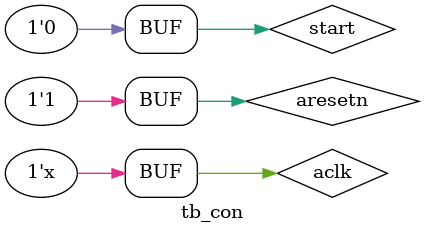
<source format=v>
module tb_con ();
parameter CLK_PERIOD = 10;

reg aclk;
reg aresetn;
reg start;
//reg [31:0] din;
wire done;


integer i;
initial begin
    aclk <= 0;
    start <= 0;
    aresetn<=0;
    
    #(CLK_PERIOD*5);
    aresetn<=1;
    
    #(CLK_PERIOD*5);
    start = 1;
    #(CLK_PERIOD);
    start = 0;
    
end

always #(CLK_PERIOD/2) aclk = ~aclk;

wire [31:0] bram_addr;
wire [31:0] bram_wrdata;
wire [31:0] bram_rddata;
wire [3:0] bram_we;
wire bram_clk;

pearray_my #(6, 16) pearraymy(
    .start(start),
    .done(done),
    .S_AXI_ACLK(aclk),
    .S_AXI_ARESETN(aresetn),
    
    .BRAM_ADDR(bram_addr),
    .BRAM_WRDATA(bram_wrdata),
    .BRAM_WE(bram_we),
    .BRAM_CLK(bram_clk), // 180 degree shifted version of S_AXI_ACLK
    .BRAM_RDDATA(bram_rddata)
    );

my_bram #(13) BRAM(
    .BRAM_ADDR(bram_addr),
    .BRAM_CLK(bram_clk),
    .BRAM_WRDATA(bram_wrdata),
    .BRAM_RDDATA(bram_rddata),
    .BRAM_EN(1),
    .BRAM_RST(0),
    .BRAM_WE(bram_we),
    .done(done)
);

endmodule
    
</source>
